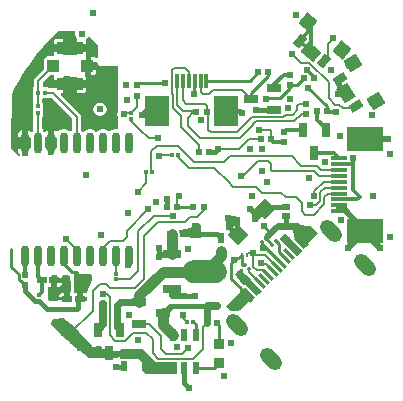
<source format=gbl>
G04 Layer: BottomLayer*
G04 Panelize: , Column: 1, Row: 1, Board Size: 35.35mm x 33.79mm, Panelized Board Size: 35.35mm x 33.79mm*
G04 EasyEDA v6.5.32, 2023-07-27 20:51:34*
G04 7f8d34143daf4d43a3b22917546c404d,9a4ed40c0dd746429eaf55b84663d2fb,10*
G04 Gerber Generator version 0.2*
G04 Scale: 100 percent, Rotated: No, Reflected: No *
G04 Dimensions in millimeters *
G04 leading zeros omitted , absolute positions ,4 integer and 5 decimal *
%FSLAX45Y45*%
%MOMM*%

%AMMACRO1*21,1,$1,$2,0,0,$3*%
%AMMACRO2*1,1,$1,$2,$3*1,1,$1,$4,$5*20,1,$1,$2,$3,$4,$5,0*%
%ADD10C,0.2540*%
%ADD11C,0.2000*%
%ADD12C,0.1600*%
%ADD13C,0.4000*%
%ADD14C,0.5156*%
%ADD15C,0.3980*%
%ADD16C,0.1600*%
%ADD17C,0.1520*%
%ADD18C,0.2032*%
%ADD19C,0.8890*%
%ADD20C,0.6020*%
%ADD21C,0.2110*%
%ADD22C,0.5090*%
%ADD23C,0.4070*%
%ADD24C,0.4490*%
%ADD25C,0.2960*%
%ADD26C,0.1524*%
%ADD27C,0.3130*%
%ADD28C,0.3810*%
%ADD29C,0.3050*%
%ADD30C,0.6110*%
%ADD31C,0.2134*%
%ADD32C,0.2030*%
%ADD33C,0.2108*%
%ADD34C,0.4140*%
%ADD35C,0.3048*%
%ADD36C,0.3556*%
%ADD37C,0.1778*%
%ADD38C,0.2116*%
%ADD39C,0.3640*%
%ADD40C,0.3150*%
%ADD41C,0.2616*%
%ADD42C,0.3124*%
%ADD43C,0.6350*%
%ADD44C,0.6172*%
%ADD45C,0.2286*%
%ADD46C,0.4064*%
%ADD47C,0.9610*%
%ADD48C,0.4510*%
%ADD49MACRO1,0.7X1.1X122.0010*%
%ADD50MACRO1,1.4X1.1X121.9998*%
%ADD51MACRO1,1.15X1.2X121.9995*%
%ADD52MACRO1,0.3X1.25X0.0000*%
%ADD53MACRO1,2X2.5X0.0000*%
%ADD54MACRO1,2.2X1.1X0.0000*%
%ADD55MACRO1,1.05X1X90.0000*%
%ADD56MACRO1,0.2997X1.0998X-135.0000*%
%ADD57MACRO1,0.3023X1.0998X-135.0000*%
%ADD58MACRO1,0.3023X1.0998X-134.9966*%
%ADD59MACRO1,0.3X1.3X-90.0000*%
%ADD60MACRO1,2X3X-90.0000*%
%ADD61MACRO1,0.5X0.6X-90.0000*%
%ADD62MACRO1,0.27X0.25X-48.0008*%
%ADD63MACRO1,0.27X0.25X-47.9972*%
%ADD64MACRO1,1.2X1.2X45.0000*%
%ADD65MACRO1,0.27X0.25X90.0000*%
%ADD66MACRO1,0.54X0.5656X-90.0000*%
%ADD67MACRO1,0.7X1.1X139.9988*%
%ADD68MACRO1,0.7X1.1X140.0001*%
%ADD69MACRO1,1.4X1.1X140.0002*%
%ADD70MACRO1,1.15X1.2X140.0005*%
%ADD71O,0.6999986X1.7729962*%
%ADD72MACRO1,0.8X0.8X0.0000*%
%ADD73R,0.5400X0.7901*%
%ADD74MACRO1,0.54X0.7901X0.0000*%
%ADD75MACRO1,0.324X0.3031X90.0000*%
%ADD76R,0.5400X0.5657*%
%ADD77MACRO1,0.54X0.5656X0.0000*%
%ADD78MACRO1,0.54X0.5656X90.0000*%
%ADD79R,0.3240X0.3031*%
%ADD80MACRO1,0.324X0.3031X0.0000*%
%ADD81R,0.3240X0.3684*%
%ADD82MACRO1,0.324X0.3685X0.0000*%
%ADD83MACRO1,0.324X0.3685X-90.0000*%
%ADD84MACRO1,0.324X0.3031X-45.0000*%
%ADD85MACRO1,0.324X0.3031X45.0032*%
%ADD86MACRO1,1.25X0.7X90.0000*%
%ADD87MACRO1,0.54X0.7901X-90.0000*%
%ADD88MACRO1,1X0.55X-90.0000*%
%ADD89MACRO1,1.25X0.7X0.0000*%
%ADD90MACRO1,0.54X0.7901X90.0000*%
%ADD91MACRO1,0.672X1.575X90.0000*%
%ADD92C,0.8000*%
%ADD93MACRO2,1.2X-0.3535X0.3535X0.3535X-0.3535*%
%ADD94C,0.6096*%
%ADD95C,0.0100*%

%LPD*%
G36*
X-1952243Y119176D02*
G01*
X-1956155Y119989D01*
X-1959457Y122174D01*
X-1961642Y125476D01*
X-1962404Y129336D01*
X-1962404Y171805D01*
X-1977491Y171805D01*
X-1981403Y172567D01*
X-1984705Y174752D01*
X-1986889Y178054D01*
X-1987651Y181965D01*
X-1987651Y262991D01*
X-1986889Y266852D01*
X-1984705Y270154D01*
X-1981403Y272338D01*
X-1977491Y273151D01*
X-1962404Y273151D01*
X-1962404Y332079D01*
X-1971852Y327050D01*
X-1979777Y320903D01*
X-1985975Y314198D01*
X-1989226Y311810D01*
X-1993138Y310896D01*
X-1997151Y311607D01*
X-2000504Y313791D01*
X-2002789Y317093D01*
X-2003602Y321056D01*
X-2003602Y331571D01*
X-2004314Y333248D01*
X-2006803Y335788D01*
X-2009038Y339090D01*
X-2009800Y342950D01*
X-2009800Y438759D01*
X-2009393Y441553D01*
X-2006803Y446430D01*
X-2004872Y451916D01*
X-2004161Y458216D01*
X-2004161Y493928D01*
X-2005075Y502513D01*
X-2005025Y505612D01*
X-2004161Y513080D01*
X-2004161Y548792D01*
X-2004872Y555091D01*
X-2006803Y560578D01*
X-2009393Y565454D01*
X-2009800Y568248D01*
X-2009800Y587654D01*
X-2009038Y591515D01*
X-2006803Y594817D01*
X-2003501Y597001D01*
X-1999640Y597814D01*
X-1970278Y597814D01*
X-1963928Y598525D01*
X-1958492Y600405D01*
X-1953463Y603097D01*
X-1950669Y603504D01*
X-1935988Y603504D01*
X-1932127Y602742D01*
X-1928825Y600506D01*
X-1757680Y429361D01*
X-1755444Y426059D01*
X-1754682Y422148D01*
X-1754682Y332536D01*
X-1755444Y328676D01*
X-1757680Y325374D01*
X-1760931Y323189D01*
X-1764842Y322376D01*
X-1785772Y322376D01*
X-1789074Y322935D01*
X-1792020Y324561D01*
X-1795272Y327050D01*
X-1804111Y331876D01*
X-1813610Y335127D01*
X-1823516Y336753D01*
X-1833575Y336753D01*
X-1843532Y335127D01*
X-1853031Y331876D01*
X-1861870Y327050D01*
X-1865122Y324561D01*
X-1868068Y322935D01*
X-1871319Y322376D01*
X-1880666Y322376D01*
X-1884273Y320294D01*
X-1888286Y318465D01*
X-1892706Y318465D01*
X-1896668Y320395D01*
X-1905254Y327050D01*
X-1914702Y332079D01*
X-1914702Y273151D01*
X-1899615Y273151D01*
X-1895754Y272338D01*
X-1892452Y270154D01*
X-1890268Y266852D01*
X-1889455Y262991D01*
X-1889455Y181965D01*
X-1890268Y178054D01*
X-1892452Y174752D01*
X-1895754Y172567D01*
X-1899615Y171805D01*
X-1914702Y171805D01*
X-1914702Y129336D01*
X-1915515Y125476D01*
X-1917700Y122174D01*
X-1921002Y119989D01*
X-1924862Y119176D01*
G37*

%LPD*%
G36*
X-2210054Y104698D02*
G01*
X-2214473Y105714D01*
X-2217978Y108508D01*
X-2268931Y171704D01*
X-2270556Y174498D01*
X-2271166Y177698D01*
X-2275636Y302920D01*
X-2268778Y557987D01*
X-2268372Y626262D01*
X-2267458Y630377D01*
X-2264562Y636778D01*
X-2238298Y689610D01*
X-2210308Y741578D01*
X-2180590Y792530D01*
X-2149144Y842467D01*
X-2116124Y891336D01*
X-2081428Y939088D01*
X-2045207Y985672D01*
X-2007412Y1030986D01*
X-1968144Y1075029D01*
X-1927402Y1117701D01*
X-1885289Y1159052D01*
X-1878736Y1165047D01*
X-1875586Y1167028D01*
X-1871878Y1167688D01*
X-1739392Y1167688D01*
X-1735785Y1167028D01*
X-1732635Y1165098D01*
X-1730349Y1162151D01*
X-1729333Y1158595D01*
X-1730044Y1153261D01*
X-1730908Y1143457D01*
X-1730044Y1133703D01*
X-1727504Y1124204D01*
X-1723339Y1115314D01*
X-1717700Y1107236D01*
X-1715566Y1105103D01*
X-1713331Y1101801D01*
X-1712569Y1097889D01*
X-1712569Y1056132D01*
X-1637995Y1056132D01*
X-1637995Y1076706D01*
X-1638757Y1083005D01*
X-1640992Y1089507D01*
X-1641551Y1093216D01*
X-1640738Y1096924D01*
X-1638604Y1100023D01*
X-1631391Y1107236D01*
X-1625092Y1116380D01*
X-1621840Y1119428D01*
X-1617624Y1120749D01*
X-1613255Y1120190D01*
X-1609547Y1117803D01*
X-1545031Y1053287D01*
X-1542796Y1049985D01*
X-1542034Y1046124D01*
X-1542034Y945591D01*
X-1542948Y941374D01*
X-1545590Y937869D01*
X-1549400Y935837D01*
X-1553718Y935532D01*
X-1557782Y937107D01*
X-1565351Y944981D01*
X-1570228Y948080D01*
X-1575663Y949960D01*
X-1582013Y950671D01*
X-1600098Y950671D01*
X-1600098Y904849D01*
X-1551736Y904849D01*
X-1548130Y904189D01*
X-1544980Y902309D01*
X-1542745Y899414D01*
X-1541627Y895959D01*
X-1541221Y892657D01*
X-1539138Y887120D01*
X-1535582Y881989D01*
X-1532585Y878941D01*
X-1528978Y876300D01*
X-1523441Y873810D01*
X-1515973Y872642D01*
X-1379982Y872642D01*
X-1376121Y871880D01*
X-1372870Y869696D01*
X-1370634Y866444D01*
X-1369822Y862584D01*
X-1366418Y494690D01*
X-1367383Y490321D01*
X-1371752Y480872D01*
X-1374292Y471373D01*
X-1375156Y461568D01*
X-1374292Y451815D01*
X-1371752Y442315D01*
X-1366266Y430682D01*
X-1365808Y427735D01*
X-1365046Y345795D01*
X-1365961Y341477D01*
X-1368602Y337972D01*
X-1372463Y335889D01*
X-1376883Y335635D01*
X-1383538Y336753D01*
X-1393596Y336753D01*
X-1403502Y335127D01*
X-1413002Y331876D01*
X-1421841Y327050D01*
X-1433423Y318160D01*
X-1437335Y317246D01*
X-1448917Y316890D01*
X-1453134Y317703D01*
X-1465275Y327050D01*
X-1474114Y331876D01*
X-1483614Y335127D01*
X-1493520Y336753D01*
X-1503578Y336753D01*
X-1513535Y335127D01*
X-1523034Y331876D01*
X-1531874Y327050D01*
X-1539798Y320903D01*
X-1542846Y317550D01*
X-1546250Y315112D01*
X-1550365Y314248D01*
X-1556816Y314248D01*
X-1560880Y315112D01*
X-1564284Y317550D01*
X-1567332Y320903D01*
X-1575257Y327050D01*
X-1584096Y331876D01*
X-1593646Y335127D01*
X-1603552Y336753D01*
X-1613611Y336753D01*
X-1623517Y335127D01*
X-1633016Y331876D01*
X-1641856Y327050D01*
X-1647952Y322326D01*
X-1651406Y319176D01*
X-1652879Y317550D01*
X-1656283Y315112D01*
X-1660347Y314248D01*
X-1665782Y314248D01*
X-1669694Y315061D01*
X-1675536Y318871D01*
X-1678939Y322122D01*
X-1681276Y325475D01*
X-1682089Y329438D01*
X-1682089Y441350D01*
X-1682800Y448970D01*
X-1684883Y455777D01*
X-1688287Y462076D01*
X-1693113Y468020D01*
X-1849170Y624078D01*
X-1851355Y627380D01*
X-1852117Y631240D01*
X-1851355Y635152D01*
X-1849170Y638403D01*
X-1845868Y640638D01*
X-1841957Y641400D01*
X-1835302Y641400D01*
X-1835302Y688441D01*
X-1910435Y688441D01*
X-1912569Y684834D01*
X-1915972Y682396D01*
X-1920036Y681532D01*
X-1950872Y681532D01*
X-1954784Y682345D01*
X-1958086Y684530D01*
X-1964791Y691286D01*
X-1966518Y691946D01*
X-1996338Y691946D01*
X-2000199Y692759D01*
X-2003501Y694944D01*
X-2005736Y698246D01*
X-2006498Y702106D01*
X-2006498Y726490D01*
X-2005736Y730402D01*
X-2003501Y733704D01*
X-1946249Y790956D01*
X-1942947Y793140D01*
X-1939086Y793902D01*
X-1919325Y793902D01*
X-1915160Y793038D01*
X-1911756Y790549D01*
X-1909622Y786841D01*
X-1909216Y782624D01*
X-1909876Y776732D01*
X-1909876Y756158D01*
X-1835302Y756158D01*
X-1835302Y771499D01*
X-1834540Y775411D01*
X-1832305Y778713D01*
X-1829003Y780897D01*
X-1825091Y781659D01*
X-1722729Y780846D01*
X-1718818Y780084D01*
X-1715566Y777849D01*
X-1713382Y774547D01*
X-1712620Y770686D01*
X-1712620Y756158D01*
X-1664716Y756158D01*
X-1661210Y755548D01*
X-1658162Y753770D01*
X-1655876Y751027D01*
X-1654657Y747674D01*
X-1654352Y745744D01*
X-1653387Y750163D01*
X-1651152Y753313D01*
X-1647901Y755396D01*
X-1644142Y756107D01*
X-1637995Y756107D01*
X-1637995Y773531D01*
X-1642313Y773531D01*
X-1646275Y774344D01*
X-1649628Y776681D01*
X-1651812Y780186D01*
X-1652422Y784199D01*
X-1643735Y961339D01*
X-1642872Y964996D01*
X-1640738Y968095D01*
X-1637995Y969873D01*
X-1637995Y988415D01*
X-1712569Y988415D01*
X-1712569Y972362D01*
X-1713331Y968451D01*
X-1715516Y965200D01*
X-1718818Y962964D01*
X-1722678Y962202D01*
X-1825091Y961847D01*
X-1829003Y962660D01*
X-1832305Y964844D01*
X-1834489Y968146D01*
X-1835302Y972007D01*
X-1835302Y988415D01*
X-1909825Y988415D01*
X-1909825Y967841D01*
X-1909318Y963269D01*
X-1909724Y959103D01*
X-1911756Y955446D01*
X-1915160Y952906D01*
X-1919224Y951992D01*
X-1966874Y951077D01*
X-1972208Y949960D01*
X-1977643Y948080D01*
X-1982520Y944981D01*
X-1986635Y940866D01*
X-1989734Y935990D01*
X-1991614Y930503D01*
X-1992325Y924204D01*
X-1992325Y852271D01*
X-1993138Y848360D01*
X-1995322Y845058D01*
X-2068423Y771956D01*
X-2073249Y766064D01*
X-2076653Y759764D01*
X-2078736Y752906D01*
X-2079447Y745337D01*
X-2079447Y708101D01*
X-2079650Y706120D01*
X-2087321Y666800D01*
X-2088337Y664006D01*
X-2091283Y660146D01*
X-2091486Y659231D01*
X-2091486Y622604D01*
X-2087930Y616966D01*
X-2087168Y613105D01*
X-2087168Y558241D01*
X-2088388Y548792D01*
X-2088388Y513080D01*
X-2087473Y504494D01*
X-2087524Y501396D01*
X-2088388Y493928D01*
X-2088388Y458216D01*
X-2087168Y448767D01*
X-2087168Y327710D01*
X-2087880Y324002D01*
X-2089861Y320852D01*
X-2096109Y314045D01*
X-2099462Y311607D01*
X-2103577Y310794D01*
X-2107641Y311607D01*
X-2111044Y314045D01*
X-2117344Y320903D01*
X-2125268Y327050D01*
X-2134717Y332079D01*
X-2134717Y273151D01*
X-2119630Y273151D01*
X-2115769Y272338D01*
X-2112467Y270154D01*
X-2110232Y266852D01*
X-2109470Y262991D01*
X-2109470Y181965D01*
X-2110232Y178054D01*
X-2112467Y174752D01*
X-2115769Y172567D01*
X-2119630Y171805D01*
X-2134717Y171805D01*
X-2134717Y114858D01*
X-2135479Y110998D01*
X-2137714Y107696D01*
X-2140966Y105511D01*
X-2144877Y104698D01*
X-2172258Y104698D01*
X-2176170Y105511D01*
X-2179421Y107696D01*
X-2181656Y110998D01*
X-2182418Y114858D01*
X-2182418Y171805D01*
X-2219452Y171805D01*
X-2219452Y169214D01*
X-2218588Y158800D01*
X-2216150Y149047D01*
X-2212086Y139852D01*
X-2206599Y131419D01*
X-2199792Y124002D01*
X-2198370Y122885D01*
X-2195677Y119735D01*
X-2194458Y115722D01*
X-2194966Y111607D01*
X-2197100Y108000D01*
X-2200503Y105562D01*
X-2204618Y104698D01*
G37*

%LPC*%
G36*
X-2219452Y273151D02*
G01*
X-2182418Y273151D01*
X-2182418Y332079D01*
X-2191867Y327050D01*
X-2199792Y320903D01*
X-2206599Y313486D01*
X-2212086Y305054D01*
X-2216150Y295859D01*
X-2218588Y286105D01*
X-2219452Y275691D01*
G37*
G36*
X-1521510Y448919D02*
G01*
X-1511706Y449783D01*
X-1502257Y452323D01*
X-1493316Y456488D01*
X-1485290Y462127D01*
X-1478330Y469036D01*
X-1472692Y477113D01*
X-1468577Y486003D01*
X-1466037Y495503D01*
X-1465173Y505256D01*
X-1466037Y515061D01*
X-1468577Y524560D01*
X-1472692Y533450D01*
X-1478330Y541528D01*
X-1485290Y548436D01*
X-1493316Y554075D01*
X-1502257Y558241D01*
X-1511706Y560781D01*
X-1521510Y561644D01*
X-1531315Y560781D01*
X-1540764Y558241D01*
X-1549704Y554075D01*
X-1557731Y548436D01*
X-1564690Y541528D01*
X-1570329Y533450D01*
X-1574444Y524560D01*
X-1576984Y515061D01*
X-1577848Y505256D01*
X-1576984Y495503D01*
X-1574444Y486003D01*
X-1570329Y477113D01*
X-1564690Y469036D01*
X-1557731Y462127D01*
X-1549704Y456488D01*
X-1540764Y452323D01*
X-1531315Y449783D01*
G37*
G36*
X-1712620Y641400D02*
G01*
X-1664563Y641400D01*
X-1657451Y642213D01*
X-1656080Y642061D01*
X-1647799Y647039D01*
X-1643735Y651154D01*
X-1640636Y656031D01*
X-1638706Y661517D01*
X-1637995Y667816D01*
X-1637995Y688390D01*
X-1646478Y688390D01*
X-1650492Y689254D01*
X-1651609Y690016D01*
X-1652422Y689406D01*
X-1656689Y688441D01*
X-1712620Y688441D01*
G37*
G36*
X-1600098Y793851D02*
G01*
X-1582013Y793851D01*
X-1575663Y794562D01*
X-1570228Y796493D01*
X-1565351Y799541D01*
X-1561236Y803656D01*
X-1558137Y808532D01*
X-1556258Y814019D01*
X-1555546Y820318D01*
X-1555546Y839673D01*
X-1600098Y839673D01*
G37*
G36*
X-1909825Y1056132D02*
G01*
X-1835302Y1056132D01*
X-1835302Y1103172D01*
X-1883359Y1103172D01*
X-1889658Y1102461D01*
X-1895144Y1100531D01*
X-1900021Y1097483D01*
X-1904136Y1093368D01*
X-1907235Y1088491D01*
X-1909114Y1083005D01*
X-1909825Y1076706D01*
G37*

%LPD*%
G36*
X-1779117Y-1116736D02*
G01*
X-1821992Y-1113739D01*
X-1925726Y-1116482D01*
X-1952243Y-1115009D01*
X-1955901Y-1114094D01*
X-1959000Y-1111910D01*
X-1961032Y-1108710D01*
X-1961794Y-1105001D01*
X-1963013Y-1007313D01*
X-1962200Y-1003147D01*
X-1959660Y-999693D01*
X-1956003Y-997559D01*
X-1951736Y-997102D01*
X-1946351Y-997712D01*
X-1933549Y-997712D01*
X-1933549Y-964641D01*
X-1940864Y-964641D01*
X-1944776Y-963879D01*
X-1948078Y-961694D01*
X-1950262Y-958392D01*
X-1951024Y-954481D01*
X-1951024Y-935126D01*
X-1950262Y-931214D01*
X-1948078Y-927912D01*
X-1944776Y-925728D01*
X-1940864Y-924966D01*
X-1933549Y-924966D01*
X-1933549Y-911555D01*
X-1932787Y-907643D01*
X-1930552Y-904341D01*
X-1927250Y-902157D01*
X-1923389Y-901395D01*
X-1891487Y-901395D01*
X-1887626Y-902157D01*
X-1884324Y-904341D01*
X-1882089Y-907643D01*
X-1881327Y-911555D01*
X-1881327Y-924966D01*
X-1842007Y-924966D01*
X-1842007Y-918362D01*
X-1842668Y-912672D01*
X-1842262Y-908456D01*
X-1840128Y-904748D01*
X-1836724Y-902258D01*
X-1832559Y-901395D01*
X-1793443Y-901395D01*
X-1790039Y-901953D01*
X-1786991Y-903681D01*
X-1781657Y-908050D01*
X-1779168Y-909370D01*
X-1776171Y-911860D01*
X-1774291Y-915314D01*
X-1773885Y-919226D01*
X-1774698Y-928827D01*
X-1773834Y-938580D01*
X-1771294Y-948080D01*
X-1770430Y-949909D01*
X-1769516Y-954125D01*
X-1768805Y-1040384D01*
X-1769414Y-1044041D01*
X-1771294Y-1047191D01*
X-1774189Y-1049477D01*
X-1774189Y-1084681D01*
X-1771142Y-1086866D01*
X-1769059Y-1090066D01*
X-1768348Y-1093774D01*
X-1768246Y-1106525D01*
X-1769059Y-1110589D01*
X-1771446Y-1113993D01*
X-1775002Y-1116177D01*
G37*

%LPC*%
G36*
X-1865731Y-1083716D02*
G01*
X-1826412Y-1083716D01*
X-1826412Y-1050645D01*
X-1839214Y-1050645D01*
X-1845564Y-1051356D01*
X-1850999Y-1053287D01*
X-1855927Y-1056335D01*
X-1859991Y-1060450D01*
X-1863089Y-1065326D01*
X-1865020Y-1070813D01*
X-1865731Y-1077112D01*
G37*
G36*
X-1881327Y-997712D02*
G01*
X-1868525Y-997712D01*
X-1862175Y-997000D01*
X-1856739Y-995070D01*
X-1851812Y-992022D01*
X-1847748Y-987907D01*
X-1844649Y-983030D01*
X-1842719Y-977544D01*
X-1842007Y-971245D01*
X-1842007Y-964641D01*
X-1881327Y-964641D01*
G37*

%LPD*%
G36*
X-1640179Y-1116787D02*
G01*
X-1675282Y-1116736D01*
X-1724914Y-1115771D01*
X-1728774Y-1114907D01*
X-1731975Y-1112723D01*
X-1734108Y-1109421D01*
X-1734870Y-1105611D01*
X-1734870Y-1093876D01*
X-1734108Y-1089964D01*
X-1731924Y-1086662D01*
X-1728622Y-1084478D01*
X-1724710Y-1083716D01*
X-1717395Y-1083716D01*
X-1717395Y-1050645D01*
X-1730197Y-1050645D01*
X-1735785Y-1050391D01*
X-1739442Y-1048308D01*
X-1741982Y-1044905D01*
X-1742897Y-1040790D01*
X-1744014Y-903173D01*
X-1744218Y-900074D01*
X-1743608Y-896010D01*
X-1741474Y-892505D01*
X-1738172Y-890168D01*
X-1734159Y-889304D01*
X-1602943Y-887984D01*
X-1599133Y-888695D01*
X-1595831Y-890778D01*
X-1593596Y-893927D01*
X-1592681Y-897686D01*
X-1590700Y-940866D01*
X-1591360Y-945032D01*
X-1630629Y-1046327D01*
X-1632712Y-1049629D01*
X-1635861Y-1051915D01*
X-1639620Y-1052830D01*
X-1643481Y-1052271D01*
X-1646021Y-1051356D01*
X-1652371Y-1050645D01*
X-1665173Y-1050645D01*
X-1665173Y-1083716D01*
X-1640890Y-1083716D01*
X-1637131Y-1084427D01*
X-1633931Y-1086459D01*
X-1631696Y-1089609D01*
X-1630781Y-1093317D01*
X-1630070Y-1106017D01*
X-1630680Y-1110081D01*
X-1632813Y-1113586D01*
X-1636166Y-1115923D01*
G37*

%LPD*%
G36*
X-1609242Y-1605737D02*
G01*
X-1613154Y-1604924D01*
X-1616456Y-1602740D01*
X-1653133Y-1566011D01*
X-1654860Y-1565351D01*
X-1661058Y-1565351D01*
X-1664970Y-1564538D01*
X-1668272Y-1562354D01*
X-1713585Y-1516989D01*
X-1715312Y-1516329D01*
X-1724050Y-1516329D01*
X-1727962Y-1515516D01*
X-1731264Y-1513332D01*
X-1795881Y-1448663D01*
X-1797608Y-1448003D01*
X-1805838Y-1448003D01*
X-1809750Y-1447190D01*
X-1813052Y-1445006D01*
X-1937816Y-1320190D01*
X-1939798Y-1317447D01*
X-1940712Y-1314145D01*
X-1940560Y-1310741D01*
X-1939239Y-1307642D01*
X-1916988Y-1272286D01*
X-1914956Y-1269898D01*
X-1912315Y-1268323D01*
X-1909318Y-1267561D01*
X-1838350Y-1261262D01*
X-1834540Y-1261618D01*
X-1831136Y-1263446D01*
X-1765655Y-1315618D01*
X-1709470Y-1363014D01*
X-1707896Y-1364691D01*
X-1678838Y-1403654D01*
X-1624228Y-1456029D01*
X-1622958Y-1457502D01*
X-1589887Y-1504289D01*
X-1588719Y-1505102D01*
X-1519021Y-1500733D01*
X-1514957Y-1501343D01*
X-1511452Y-1503476D01*
X-1509064Y-1506880D01*
X-1508252Y-1510893D01*
X-1508252Y-1523847D01*
X-1471168Y-1523847D01*
X-1471168Y-1510436D01*
X-1470355Y-1506372D01*
X-1467916Y-1502968D01*
X-1464360Y-1500835D01*
X-1460246Y-1500327D01*
X-1432864Y-1502460D01*
X-1429207Y-1503476D01*
X-1426210Y-1505712D01*
X-1424178Y-1508912D01*
X-1423517Y-1512620D01*
X-1423517Y-1523847D01*
X-1418894Y-1523847D01*
X-1414983Y-1524609D01*
X-1411732Y-1526794D01*
X-1409496Y-1530096D01*
X-1408734Y-1534007D01*
X-1408582Y-1539290D01*
X-1407769Y-1539443D01*
X-1286103Y-1541068D01*
X-1282547Y-1541780D01*
X-1279448Y-1543710D01*
X-1277213Y-1546606D01*
X-1276146Y-1550111D01*
X-1272997Y-1578203D01*
X-1273454Y-1582420D01*
X-1275537Y-1586128D01*
X-1278940Y-1588617D01*
X-1283106Y-1589481D01*
X-1294384Y-1589481D01*
X-1294384Y-1595577D01*
X-1295146Y-1599438D01*
X-1297381Y-1602740D01*
X-1300683Y-1604924D01*
X-1304544Y-1605737D01*
X-1323949Y-1605737D01*
X-1327810Y-1604924D01*
X-1331112Y-1602740D01*
X-1333347Y-1599438D01*
X-1334109Y-1595577D01*
X-1334109Y-1589481D01*
X-1366113Y-1589481D01*
X-1367078Y-1593189D01*
X-1369314Y-1596288D01*
X-1372514Y-1598320D01*
X-1376273Y-1599031D01*
X-1424127Y-1599031D01*
X-1426260Y-1602536D01*
X-1429613Y-1604873D01*
X-1433677Y-1605737D01*
X-1461008Y-1605737D01*
X-1465072Y-1604873D01*
X-1468424Y-1602536D01*
X-1470558Y-1599031D01*
X-1508861Y-1599031D01*
X-1511046Y-1602536D01*
X-1514398Y-1604873D01*
X-1518412Y-1605737D01*
G37*

%LPD*%
G36*
X-1342440Y-1523695D02*
G01*
X-1348790Y-1530045D01*
X-1348790Y-1602435D01*
X-1344980Y-1606245D01*
X-1193850Y-1606245D01*
X-1167180Y-1632915D01*
X-1167180Y-1702765D01*
X-1140510Y-1729435D01*
X-1140510Y-1738325D01*
X-1139240Y-1737055D01*
X-983030Y-1737055D01*
X-871270Y-1735785D01*
X-872540Y-1734515D01*
X-872540Y-1636725D01*
X-1045260Y-1636725D01*
X-1158290Y-1523695D01*
G37*
G36*
X157429Y-477977D02*
G01*
X112725Y-518871D01*
X126187Y-601167D01*
X198526Y-673252D01*
X246075Y-629361D01*
X291033Y-579577D01*
X326085Y-547065D01*
X283921Y-503631D01*
X272237Y-493979D01*
X253695Y-480771D01*
G37*
G36*
X-293116Y-1002334D02*
G01*
X-456692Y-1157274D01*
X-408940Y-1204264D01*
X-374142Y-1207820D01*
X-352806Y-1201978D01*
X-319532Y-1183182D01*
X-269494Y-1131112D01*
X-214020Y-1080973D01*
X-219710Y-1076756D01*
G37*
G36*
X198526Y-673252D02*
G01*
X196545Y-675081D01*
X201371Y-676097D01*
G37*
G36*
X43129Y-543255D02*
G01*
X27432Y-560832D01*
X3048Y-591058D01*
X148793Y-736295D01*
X178308Y-700887D01*
X184150Y-694537D01*
X186436Y-692505D01*
X188925Y-691083D01*
G37*
G36*
X-312216Y-850849D02*
G01*
X-339394Y-852119D01*
X-378256Y-886409D01*
X-316534Y-975055D01*
X-270560Y-994105D01*
X-200202Y-1065479D01*
X-165404Y-1038047D01*
X-159308Y-1026617D01*
X-159054Y-1026617D01*
X-231190Y-954735D01*
X-244144Y-936193D01*
X-281482Y-897585D01*
X-307644Y-869645D01*
G37*
G36*
X-740460Y-459943D02*
G01*
X-744423Y-489661D01*
X-786333Y-512521D01*
X-848563Y-517601D01*
X-843483Y-572211D01*
X-847293Y-576021D01*
X-664413Y-582371D01*
X-664413Y-474421D01*
X-670763Y-468071D01*
X-692454Y-461721D01*
G37*
D10*
X-245087Y593153D02*
G01*
X-245087Y642251D01*
X-97741Y789597D01*
X-97741Y817943D01*
D11*
X-669800Y746899D02*
G01*
X-667514Y652157D01*
X-648464Y633107D01*
X-598934Y633107D01*
X-568454Y663587D01*
X-315470Y663587D01*
X-245112Y593229D01*
D12*
X-769914Y746937D02*
G01*
X-769914Y817681D01*
X-803338Y851105D01*
X-895797Y851105D01*
X-912045Y834852D01*
X-912045Y633425D01*
X-906711Y628091D01*
X-906711Y515571D01*
X-837123Y445975D01*
X-837123Y349963D01*
X-687148Y199989D01*
X-687148Y141998D01*
D13*
X-613717Y-1170114D02*
G01*
X-624575Y-1159255D01*
X-909827Y-1159255D01*
X-972106Y-1221534D01*
X-987310Y-1221534D01*
D14*
X-806960Y-1079004D02*
G01*
X-907541Y-1079004D01*
X-907541Y-1020178D01*
D15*
X-1691388Y-1103490D02*
G01*
X-1705104Y-1117460D01*
X-1705104Y-1176896D01*
X-1717804Y-1189596D01*
X-1967486Y-1189596D01*
X-2037590Y-1119492D01*
D16*
X-615950Y483499D02*
G01*
X-602741Y483499D01*
X-602741Y328307D01*
X-585218Y310784D01*
X-359918Y310784D01*
X-235719Y434987D01*
X30731Y434987D01*
X50538Y454799D01*
X108965Y454799D01*
X148592Y494426D01*
X148592Y531253D01*
X165455Y548119D01*
X224025Y548119D01*
D12*
X-1080010Y-28562D02*
G01*
X-1085598Y-22212D01*
X-1085598Y148983D01*
X-1040894Y193687D01*
X-864872Y193687D01*
X-729490Y58305D01*
X-473458Y58305D01*
X-424436Y107327D01*
X101597Y107327D01*
X184655Y24523D01*
X311909Y24523D01*
X345945Y-9512D01*
X502663Y-9512D01*
D17*
X-327916Y-59550D02*
G01*
X-307088Y-59550D01*
X-179326Y68211D01*
X-103886Y67564D01*
D18*
X-1257556Y425589D02*
G01*
X-1257627Y401378D01*
X-1181610Y331609D01*
X-1110236Y260235D01*
X-1030226Y260235D01*
D19*
X-1187198Y-1126604D02*
G01*
X-1187198Y-1069200D01*
X-988062Y-870064D01*
X-636272Y-870064D01*
D18*
X-1388366Y-935596D02*
G01*
X-1270256Y-935596D01*
X-1196596Y-861936D01*
X-1196596Y-524878D01*
X-1067310Y-395592D01*
X-901702Y-395592D01*
D16*
X-1072898Y-493890D02*
G01*
X-1149098Y-570090D01*
X-1149098Y-930262D01*
X-1228346Y-1009510D01*
X-1433578Y-1009510D01*
X-1470916Y-972172D01*
X-1522986Y-972172D01*
X-1581406Y-1030592D01*
X-1581406Y-1200264D01*
X-1773938Y-1392796D01*
X-1821944Y-1392796D01*
D20*
X-1352349Y-1361452D02*
G01*
X-1374076Y-1339725D01*
X-1374076Y-1154986D01*
X-1352303Y-1133213D01*
X-1352303Y-1126528D01*
X-1187310Y-1126538D01*
D21*
X-160530Y249059D02*
G01*
X-260352Y249059D01*
X-345696Y165239D01*
X-521464Y165239D01*
D18*
X-173992Y331355D02*
G01*
X-73916Y331355D01*
X-73916Y249059D01*
D16*
X-215902Y385711D02*
G01*
X-237492Y362851D01*
X-337822Y262521D01*
X-677928Y262521D01*
X-780290Y364883D01*
X-780290Y433971D01*
X-732030Y482231D01*
X-709932Y482231D01*
D22*
X-104975Y-578045D02*
G01*
X-20073Y-493717D01*
D12*
X-1187302Y-1316520D02*
G01*
X-1106116Y-1316520D01*
X-1004503Y-1418132D01*
X-1004503Y-1526590D01*
X-965499Y-1565597D01*
X-830257Y-1565597D01*
X-779528Y-1514868D01*
X-650750Y-1455280D02*
G01*
X-650750Y-1522336D01*
X-734570Y-1606156D01*
X-1027686Y-1606156D01*
X-1075438Y-1558404D01*
D23*
X-362003Y-436562D02*
G01*
X-362003Y-551340D01*
X-350431Y-562912D01*
X-362003Y-436562D02*
G01*
X-374449Y-436562D01*
X-426519Y-488632D01*
X-434157Y-484825D02*
G01*
X-435180Y-483801D01*
X-435180Y-412940D01*
D24*
X-500941Y-583222D02*
G01*
X-534057Y-550105D01*
X-728545Y-550105D01*
D19*
X-636328Y-870165D02*
G01*
X-500941Y-734778D01*
X-500941Y-692238D01*
D23*
X-350522Y-562978D02*
G01*
X-426468Y-488556D01*
X-435180Y-412940D02*
G01*
X-385622Y-412940D01*
X-362000Y-436562D01*
D24*
X-1167711Y458528D02*
G01*
X-1136804Y489435D01*
X-1038923Y489435D01*
X-317573Y474530D02*
G01*
X-332478Y489435D01*
X-450913Y489435D01*
D25*
X-134927Y-483809D02*
G01*
X-79070Y-539666D01*
X-79070Y-552711D01*
D22*
X-209349Y-423862D02*
G01*
X-150924Y-363405D01*
X-124157Y-336638D01*
D16*
X221231Y467753D02*
G01*
X189735Y467753D01*
X123441Y401459D01*
X-200154Y401459D01*
X-215902Y385711D01*
X-245747Y354596D01*
D25*
X289333Y765868D02*
G01*
X289333Y781514D01*
X232082Y838766D01*
D16*
X102867Y973975D02*
G01*
X176781Y900061D01*
X246885Y900061D01*
X415033Y731659D01*
X415033Y601103D01*
X472183Y543953D01*
X505203Y543953D01*
X536953Y512203D01*
X624837Y512203D01*
X647697Y535063D01*
D10*
X-184406Y818019D02*
G01*
X-255272Y746899D01*
X-620016Y746899D01*
D26*
X-861316Y117995D02*
G01*
X-861316Y101231D01*
X-770130Y10045D01*
X-624052Y9029D01*
D17*
X-819914Y746950D02*
G01*
X-819914Y581423D01*
X-791331Y552841D01*
X-634753Y552841D01*
X-615950Y534045D01*
X-615950Y483499D01*
X-869901Y746950D02*
G01*
X-869901Y540351D01*
X-820925Y491375D01*
X-719076Y491375D01*
X-709935Y482234D01*
D10*
X-966904Y723353D02*
G01*
X-966914Y723343D01*
X-966914Y723343D01*
X-1206042Y723277D01*
X-1206042Y706028D01*
D21*
X-1067056Y-1566786D02*
G01*
X-1075438Y-1558404D01*
X-1075438Y-1443342D01*
X-1128778Y-1390002D01*
X-1240538Y-1390002D01*
X-1307848Y-1457312D01*
X-1390398Y-1457312D01*
X-1438658Y-1409052D01*
X-1438658Y-1083932D01*
X-1461264Y-1061326D01*
X-1497840Y-1061326D01*
X-618898Y-1303464D02*
G01*
X-650684Y-1335250D01*
X-650684Y-1506014D01*
D27*
X294840Y131203D02*
G01*
X461896Y131203D01*
X502663Y90436D01*
D21*
X294840Y131203D02*
G01*
X461896Y131203D01*
X502663Y90436D01*
X-1257556Y473875D02*
G01*
X-1206045Y525386D01*
X-1206045Y619467D01*
D28*
X-2037590Y-1119492D02*
G01*
X-2069086Y-1119492D01*
X-2155192Y-1033386D01*
X-2155192Y-982078D01*
D22*
X722020Y-524560D02*
G01*
X532348Y-334888D01*
X502665Y-334888D01*
X578558Y-674560D02*
G01*
X722020Y-531098D01*
X722020Y-524560D01*
X850338Y-674560D02*
G01*
X722020Y-546242D01*
X722020Y-524560D01*
X913838Y252031D02*
G01*
X910422Y255447D01*
X722020Y255447D01*
D29*
X502665Y-259562D02*
G01*
X656752Y-259562D01*
X676099Y-240220D01*
X616709Y-180830D01*
X616709Y90665D01*
X502665Y-359562D02*
G01*
X502665Y-309549D01*
X502665Y40439D02*
G01*
X621466Y40439D01*
X616709Y45196D01*
X616709Y90665D01*
D17*
X252676Y-306768D02*
G01*
X311604Y-306768D01*
X344878Y-273494D01*
X344878Y-198564D01*
X383880Y-159562D01*
X502665Y-159562D01*
X291792Y-233362D02*
G01*
X291792Y-190690D01*
X372932Y-109550D01*
X502665Y-109550D01*
D23*
X53286Y-400621D02*
G01*
X53286Y-486097D01*
X-124147Y-336628D02*
G01*
X-108130Y-320611D01*
X53286Y-320611D01*
D10*
X-64264Y-642226D02*
G01*
X-116334Y-589902D01*
D30*
X-12453Y-486097D02*
G01*
X149329Y-486097D01*
X176273Y-513041D01*
D31*
X-293626Y-816216D02*
G01*
X-320550Y-816216D01*
X-320474Y-727392D01*
X-408942Y-795388D01*
X-408942Y-845934D01*
D32*
X-278056Y-727392D02*
G01*
X-266118Y-715454D01*
X-224843Y-715454D01*
D22*
X-209351Y-423862D02*
G01*
X-209351Y-376895D01*
X-247474Y-338772D01*
X-124157Y-336638D02*
G01*
X-124157Y-338668D01*
X-209351Y-423862D01*
D33*
X-781634Y-1295082D02*
G01*
X-815596Y-1261120D01*
X-815596Y-1237246D01*
D34*
X-806251Y-1690103D02*
G01*
X-806251Y-1811969D01*
X-763831Y-1854390D01*
X-955575Y-322897D02*
G01*
X-952045Y-319366D01*
X-952045Y-253428D01*
X-1314203Y-1672450D02*
G01*
X-1318191Y-1676438D01*
X-1389814Y-1676438D01*
D31*
X-511408Y-1641662D02*
G01*
X-559838Y-1690100D01*
X-711245Y-1690100D01*
X-733325Y-1295082D02*
G01*
X-711263Y-1317144D01*
X-711263Y-1410096D01*
X-532335Y-1303464D02*
G01*
X-510692Y-1325107D01*
X-510692Y-1481769D01*
D26*
X-1807517Y-597852D02*
G01*
X-1718617Y-686752D01*
X-1718617Y-739914D01*
X-166875Y-970396D02*
G01*
X-259590Y-877679D01*
X-259590Y-850379D01*
D35*
X-1282753Y-817054D02*
G01*
X-1278608Y-812909D01*
X-1278608Y-739917D01*
D10*
X-1828624Y-739914D02*
G01*
X-1828624Y-807631D01*
X-1760273Y-875982D01*
X-1716077Y-875474D01*
X-1718363Y-928814D01*
D36*
X-73891Y248983D02*
G01*
X-53215Y228307D01*
X37790Y228307D01*
X314037Y486984D02*
G01*
X314037Y417233D01*
X389836Y341436D01*
X389836Y331203D01*
X400606Y486984D02*
G01*
X403405Y484187D01*
X478228Y484187D01*
D18*
X-1388417Y-887387D02*
G01*
X-1388618Y-887186D01*
X-1388618Y-739917D01*
D35*
X-2155243Y-895438D02*
G01*
X-2158616Y-892065D01*
X-2158616Y-739917D01*
D37*
X-25250Y-828814D02*
G01*
X-120144Y-733920D01*
X-224792Y-733920D01*
X-224792Y-715378D01*
X-60632Y-864196D02*
G01*
X-116413Y-808415D01*
X-150677Y-808415D01*
X-160835Y-798258D01*
D31*
X10132Y-793432D02*
G01*
X-147881Y-635421D01*
X-147881Y-618401D01*
D38*
X-2042975Y639889D02*
G01*
X-2046277Y636587D01*
X-2046277Y530923D01*
X-1988060Y639965D02*
G01*
X-1916686Y639965D01*
X-1718566Y441845D01*
X-1718566Y222389D01*
X-1916483Y872299D02*
G01*
X-2042977Y745804D01*
X-2042977Y639886D01*
D39*
X-2037641Y-1064704D02*
G01*
X-2016457Y-1043520D01*
X-2016457Y-944816D01*
X-2016457Y-944816D02*
G01*
X-2048614Y-912660D01*
X-2048614Y-739914D01*
D38*
X-2048619Y222387D02*
G01*
X-2046277Y224729D01*
X-2046277Y476059D01*
D18*
X-1197663Y-193230D02*
G01*
X-1128341Y-123908D01*
X-1128341Y-27873D01*
X-1018796Y107175D02*
G01*
X-1008049Y117922D01*
X-909650Y117922D01*
X-1318821Y461581D02*
G01*
X-1306601Y473801D01*
X-1257609Y473801D01*
D40*
X199641Y-496430D02*
G01*
X215897Y-512432D01*
D37*
X-96014Y-899528D02*
G01*
X-136908Y-858634D01*
X-183898Y-858634D01*
X-190756Y-858634D01*
X-221744Y-827900D01*
X-221744Y-715378D01*
X-224792Y-715378D01*
D10*
X-2155192Y-982078D02*
G01*
X-2188207Y-950838D01*
X-2196345Y-950838D01*
X-2210061Y-937120D01*
X-2210061Y-890892D01*
X-2273861Y-827090D01*
X-2273861Y-675322D01*
D41*
X496008Y635571D02*
G01*
X499877Y639439D01*
X564713Y639439D01*
X564713Y639439D02*
G01*
X507222Y696930D01*
X507222Y759769D01*
X507222Y759769D02*
G01*
X496008Y748555D01*
X496008Y635571D01*
D36*
X37792Y314871D02*
G01*
X54127Y331205D01*
X199849Y331205D01*
D16*
X379092Y915860D02*
G01*
X405841Y942609D01*
X405841Y1055687D01*
X448256Y1098102D01*
X448256Y1104198D01*
D42*
X267967Y989545D02*
G01*
X175094Y1082418D01*
X175094Y1092560D01*
X175094Y1092560D02*
G01*
X241932Y1159398D01*
X241932Y1246339D01*
X241932Y1246339D02*
G01*
X266959Y1221313D01*
X266959Y995883D01*
D31*
X45465Y-758050D02*
G01*
X-5334Y-707250D01*
X-5334Y-632856D01*
X-30228Y-607961D01*
D16*
X-1110795Y-343344D02*
G01*
X-1292908Y-525457D01*
X-1292908Y-575243D01*
X-1325674Y-608012D01*
X-1432608Y-608012D01*
X-1498577Y-673973D01*
X-1498577Y-739856D01*
D31*
X-408942Y-845931D02*
G01*
X-408942Y-929246D01*
X-326392Y-1011796D01*
X-326392Y-1102880D01*
D43*
X-613717Y-1170114D02*
G01*
X-608891Y-1165288D01*
X-527865Y-1165288D01*
D44*
X-618898Y-1303464D02*
G01*
X-618898Y-1175296D01*
X-613717Y-1170114D01*
D16*
X-1072898Y-493890D02*
G01*
X-1029464Y-450456D01*
X-803150Y-450456D01*
X-758700Y-406006D01*
X-697740Y-406006D01*
X-644654Y-352920D01*
X-644654Y-324980D01*
X-869012Y-322897D02*
G01*
X-869012Y-242023D01*
X-856287Y-229298D01*
D41*
X-868936Y-322948D02*
G01*
X-731268Y-324980D01*
D45*
X202765Y765873D02*
G01*
X146276Y709383D01*
X90114Y709383D01*
D31*
X478281Y484261D02*
G01*
X399280Y484261D01*
X399280Y531106D01*
X243837Y686549D01*
D19*
X-912370Y-551802D02*
G01*
X-912370Y-662292D01*
X-907595Y-720128D01*
D35*
X-1023622Y-748652D02*
G01*
X-1022606Y-673722D01*
D46*
X-907595Y-720128D02*
G01*
X-995072Y-720128D01*
X-1023673Y-748728D01*
X-1023622Y-748652D02*
G01*
X-1022606Y-673722D01*
D10*
X-721794Y632929D02*
G01*
X-721794Y745075D01*
X-719919Y746950D01*
D36*
X90114Y795944D02*
G01*
X34836Y795944D01*
X-45087Y716020D01*
X-45087Y688149D01*
D10*
X-115369Y594423D02*
G01*
X-113339Y596452D01*
X5283Y596452D01*
X90114Y681291D01*
X90114Y709383D01*
D23*
X-198122Y497471D02*
G01*
X-44960Y498233D01*
X-600585Y141998D02*
G01*
X-544708Y141998D01*
X-521543Y165163D01*
D43*
X-1542341Y-1361452D02*
G01*
X-1497845Y-1316956D01*
X-1497845Y-1147942D01*
D47*
X-901245Y-1410093D02*
G01*
X-987300Y-1324038D01*
X-987300Y-1221524D01*
D48*
X-987300Y-1221524D02*
G01*
X-931064Y-1165288D01*
X-527865Y-1165288D01*
X-718568Y-1078598D02*
G01*
X-806960Y-1079106D01*
D17*
X-438406Y-104508D02*
G01*
X-392686Y-150228D01*
X-199646Y-150228D01*
X-148846Y-201028D01*
X13713Y-201028D01*
X54099Y-241668D01*
X137919Y-241668D01*
X186433Y-289928D01*
X186433Y-361048D01*
X214373Y-388988D01*
X290573Y-388988D01*
X379473Y-300088D01*
X379473Y-241668D01*
X411731Y-209664D01*
X502663Y-209664D01*
D26*
X-644146Y9029D02*
G01*
X-551944Y9029D01*
X-421134Y-121780D01*
D12*
X497583Y-59550D02*
G01*
X332229Y-59550D01*
X287525Y-15100D01*
X-66804Y-15100D01*
X-75694Y-5956D01*
X-75694Y41033D01*
X-102872Y68211D01*
X-122684Y68211D01*
D49*
G01*
X647710Y535038D03*
G01*
X507281Y759772D03*
D50*
G01*
X564774Y639456D03*
D51*
G01*
X815458Y577954D03*
G01*
X619389Y891730D03*
D52*
G01*
X-619912Y746848D03*
G01*
X-669912Y746848D03*
G01*
X-719912Y746848D03*
G01*
X-769912Y746848D03*
G01*
X-819911Y746848D03*
G01*
X-869911Y746848D03*
D53*
G01*
X-450910Y489343D03*
G01*
X-1038905Y489343D03*
D54*
G01*
X-1773928Y722245D03*
D55*
G01*
X-1631441Y872247D03*
D54*
G01*
X-1773930Y1022247D03*
D55*
G01*
X-1916435Y872247D03*
D56*
G01*
X137370Y-666362D03*
G01*
X116177Y-687556D03*
G01*
X80794Y-722938D03*
D57*
G01*
X45502Y-758230D03*
D56*
G01*
X10210Y-793523D03*
G01*
X-25171Y-828906D03*
G01*
X-60553Y-864288D03*
G01*
X-95935Y-899670D03*
G01*
X-131317Y-935052D03*
G01*
X-166700Y-970434D03*
D58*
G01*
X-201993Y-1005726D03*
D56*
G01*
X-223276Y-1027010D03*
G01*
X172753Y-630980D03*
G01*
X193946Y-609787D03*
G01*
X-258479Y-1062212D03*
D57*
G01*
X-279761Y-1083495D03*
D59*
G01*
X502666Y90449D03*
G01*
X502666Y40449D03*
G01*
X502666Y-9550D03*
G01*
X502666Y-59550D03*
G01*
X502666Y-109550D03*
G01*
X502666Y-159550D03*
G01*
X502666Y-209550D03*
G01*
X502666Y-259549D03*
G01*
X502666Y-309549D03*
G01*
X502666Y-359549D03*
D60*
G01*
X722015Y-524550D03*
G01*
X722012Y255450D03*
D61*
G01*
X53286Y-400617D03*
G01*
X53286Y-320615D03*
D62*
G01*
X-147895Y-618393D03*
D63*
G01*
X-116371Y-590011D03*
D64*
G01*
X-124150Y-336637D03*
G01*
X-350423Y-562910D03*
D65*
G01*
X-278056Y-727392D03*
G01*
X-320474Y-727392D03*
D66*
G01*
X-73884Y248978D03*
G01*
X-160450Y248978D03*
D67*
G01*
X379105Y915859D03*
D68*
G01*
X176103Y1086196D03*
D69*
G01*
X267962Y989537D03*
D70*
G01*
X525382Y1008510D03*
G01*
X241946Y1246341D03*
D71*
G01*
X-1278562Y-739863D03*
G01*
X-1388569Y-739863D03*
G01*
X-1498577Y-739863D03*
G01*
X-1608559Y-739863D03*
G01*
X-1718566Y-739863D03*
G01*
X-1828573Y-739863D03*
G01*
X-1938555Y-739863D03*
G01*
X-2048563Y-739863D03*
G01*
X-2158570Y-739863D03*
G01*
X-2158570Y222440D03*
G01*
X-2048563Y222440D03*
G01*
X-1938555Y222440D03*
G01*
X-1828573Y222440D03*
G01*
X-1718566Y222440D03*
G01*
X-1608559Y222440D03*
G01*
X-1498577Y222440D03*
G01*
X-1388569Y222440D03*
G01*
X-1278562Y222440D03*
D72*
G01*
X-511380Y-1641594D03*
G01*
X-510679Y-1481693D03*
D73*
G01*
X-500941Y-692238D03*
D74*
G01*
X-500941Y-583224D03*
D75*
G01*
X-1128295Y-27800D03*
G01*
X-1079985Y-27800D03*
D76*
G01*
X37843Y314947D03*
D77*
G01*
X37843Y228382D03*
D78*
G01*
X314092Y487057D03*
G01*
X400658Y487057D03*
D79*
G01*
X-1257556Y473875D03*
D80*
G01*
X-1257556Y425564D03*
D76*
G01*
X-1206045Y619467D03*
D77*
G01*
X-1206045Y706032D03*
D75*
G01*
X-909652Y117919D03*
G01*
X-861341Y117919D03*
D76*
G01*
X90116Y795947D03*
D77*
G01*
X90116Y709382D03*
D78*
G01*
X-955579Y-322900D03*
G01*
X-869014Y-322900D03*
G01*
X-618900Y-1303464D03*
G01*
X-532334Y-1303464D03*
G01*
X202769Y765868D03*
G01*
X289335Y765868D03*
D76*
G01*
X-2155243Y-895438D03*
D77*
G01*
X-2155243Y-982003D03*
D81*
G01*
X-2037641Y-1064704D03*
D82*
G01*
X-2037641Y-1119558D03*
D83*
G01*
X-1988121Y639889D03*
G01*
X-2042965Y639889D03*
D79*
G01*
X-1388417Y-887387D03*
D80*
G01*
X-1388417Y-935697D03*
D84*
G01*
X-30217Y-607950D03*
G01*
X-64377Y-642110D03*
D85*
G01*
X-293739Y-816230D03*
G01*
X-259577Y-850390D03*
D78*
G01*
X-731297Y-324932D03*
G01*
X-644732Y-324932D03*
D86*
G01*
X199844Y331203D03*
G01*
X389835Y331203D03*
G01*
X294839Y131203D03*
D75*
G01*
X-781636Y-1295082D03*
G01*
X-733325Y-1295082D03*
D87*
G01*
X-803305Y-551878D03*
G01*
X-912315Y-551878D03*
D73*
G01*
X-1314249Y-1563408D03*
D74*
G01*
X-1314249Y-1672422D03*
D88*
G01*
X-901252Y-1690100D03*
G01*
X-806256Y-1690100D03*
G01*
X-711260Y-1690100D03*
G01*
X-711260Y-1410091D03*
G01*
X-806256Y-1410091D03*
G01*
X-901252Y-1410091D03*
D89*
G01*
X-45087Y688149D03*
G01*
X-45087Y498158D03*
G01*
X-245087Y593154D03*
D81*
G01*
X-2046277Y530923D03*
D82*
G01*
X-2046277Y476069D03*
D90*
G01*
X-2016455Y-944816D03*
G01*
X-1907443Y-944816D03*
D91*
G01*
X-907590Y-1020127D03*
G01*
X-907590Y-720128D03*
G36*
X-543638Y-775157D02*
G01*
X-729058Y-775157D01*
X-733511Y-775263D01*
X-737953Y-775576D01*
X-742378Y-776096D01*
X-746772Y-776823D01*
X-751128Y-777758D01*
X-755434Y-778893D01*
X-759683Y-780229D01*
X-763864Y-781763D01*
X-767968Y-783493D01*
X-771989Y-785411D01*
X-775914Y-787516D01*
X-779736Y-789805D01*
X-783447Y-792269D01*
X-787039Y-794903D01*
X-790501Y-797702D01*
X-793831Y-800663D01*
X-797016Y-803775D01*
X-800054Y-807034D01*
X-802934Y-810430D01*
X-805652Y-813958D01*
X-808202Y-817610D01*
X-810577Y-821377D01*
X-812774Y-825253D01*
X-814788Y-829226D01*
X-816612Y-837156D01*
X-986345Y-837156D01*
X-986345Y-903155D01*
X-816612Y-903155D01*
X-814788Y-911090D01*
X-812774Y-915062D01*
X-810577Y-918938D01*
X-808202Y-922705D01*
X-805652Y-926358D01*
X-802934Y-929886D01*
X-800054Y-933282D01*
X-797016Y-936541D01*
X-793831Y-939652D01*
X-790501Y-942614D01*
X-787039Y-945413D01*
X-783447Y-948047D01*
X-779736Y-950511D01*
X-775914Y-952799D01*
X-771989Y-954905D01*
X-767968Y-956823D01*
X-763864Y-958552D01*
X-759683Y-960086D01*
X-755434Y-961423D01*
X-751128Y-962558D01*
X-746772Y-963493D01*
X-742378Y-964219D01*
X-737953Y-964740D01*
X-733511Y-965052D01*
X-729058Y-965159D01*
X-543638Y-965159D01*
X-539186Y-965052D01*
X-534743Y-964740D01*
X-530318Y-964219D01*
X-525924Y-963493D01*
X-521568Y-962558D01*
X-517263Y-961423D01*
X-513013Y-960086D01*
X-508833Y-958552D01*
X-504728Y-956823D01*
X-500707Y-954905D01*
X-496783Y-952799D01*
X-492960Y-950511D01*
X-489249Y-948047D01*
X-485658Y-945413D01*
X-482196Y-942614D01*
X-478866Y-939652D01*
X-475681Y-936541D01*
X-472643Y-933282D01*
X-469762Y-929886D01*
X-467045Y-926358D01*
X-464494Y-922705D01*
X-462119Y-918938D01*
X-459922Y-915062D01*
X-457908Y-911090D01*
X-456084Y-907026D01*
X-454451Y-902883D01*
X-453016Y-898667D01*
X-451779Y-894387D01*
X-450745Y-890054D01*
X-449915Y-885680D01*
X-449290Y-881268D01*
X-448873Y-876833D01*
X-448665Y-872385D01*
X-448665Y-867930D01*
X-448873Y-863483D01*
X-449290Y-859048D01*
X-449915Y-854636D01*
X-450745Y-850262D01*
X-451779Y-845929D01*
X-453016Y-841649D01*
X-454451Y-837432D01*
X-456084Y-833290D01*
X-457908Y-829226D01*
X-459922Y-825253D01*
X-462119Y-821377D01*
X-464494Y-817610D01*
X-467045Y-813958D01*
X-469762Y-810430D01*
X-472643Y-807034D01*
X-475681Y-803775D01*
X-478866Y-800663D01*
X-482196Y-797702D01*
X-485658Y-794903D01*
X-489249Y-792269D01*
X-492960Y-789805D01*
X-496783Y-787516D01*
X-500707Y-785411D01*
X-504728Y-783493D01*
X-508833Y-781763D01*
X-513013Y-780229D01*
X-517263Y-778893D01*
X-521568Y-777758D01*
X-525924Y-776823D01*
X-530318Y-776096D01*
X-534743Y-775576D01*
X-539186Y-775263D01*
X-543638Y-775157D01*
G37*
D87*
G01*
X-1691289Y-1103566D03*
G01*
X-1800301Y-1103566D03*
D86*
G01*
X-1542341Y-1361452D03*
G01*
X-1352350Y-1361452D03*
G01*
X-1447346Y-1561452D03*
D89*
G01*
X-1187310Y-1316530D03*
G01*
X-1187310Y-1126539D03*
G01*
X-987310Y-1221535D03*
D76*
G01*
X-1497891Y-1147864D03*
D77*
G01*
X-1497891Y-1061299D03*
D78*
G01*
X-184306Y817943D03*
G01*
X-97740Y817943D03*
G01*
X-687172Y141986D03*
G01*
X-600607Y141986D03*
D92*
G01*
X790674Y562470D03*
G01*
X594611Y876236D03*
D93*
G01*
X435861Y-530593D03*
G01*
X718690Y-813447D03*
G01*
X-358904Y-1325359D03*
G01*
X-76075Y-1608213D03*
D92*
G01*
X506600Y986142D03*
G01*
X223161Y1223962D03*
D94*
G01*
X-281205Y-943622D03*
G01*
X-333352Y-888072D03*
G01*
X60398Y-603948D03*
G01*
X-527865Y-1165288D03*
G01*
X-613717Y-1170114D03*
G01*
X515363Y-431304D03*
G01*
X934209Y-578878D03*
G01*
X931669Y124193D03*
G01*
X-111305Y-110934D03*
G01*
X-146814Y-20078D03*
G01*
X-1318821Y461581D03*
G01*
X-867488Y-1506664D03*
G01*
X-1280975Y-377126D03*
G01*
X102816Y973899D03*
G01*
X-1018796Y107175D03*
G01*
X-1304343Y709739D03*
G01*
X-326392Y-1102880D03*
G01*
X-160835Y-798258D03*
G01*
X-224843Y-715454D03*
G01*
X-140007Y-671766D03*
G01*
X-521540Y165163D03*
G01*
X139646Y1301559D03*
G01*
X779472Y454215D03*
G01*
X478228Y484187D03*
G01*
X-1953186Y366737D03*
G01*
X-1953186Y448017D03*
G01*
X-1953186Y529297D03*
G01*
X-2147115Y450659D03*
G01*
X-2147115Y531939D03*
G01*
X-2147115Y613219D03*
G01*
X-2147115Y694499D03*
G01*
X-2125525Y779081D03*
G01*
X-2068883Y842835D03*
G01*
X-1919150Y721067D03*
G01*
X-2022782Y904963D03*
G01*
X-1985063Y992441D03*
G01*
X-384812Y-1161453D03*
G01*
X-1282753Y-817054D03*
G01*
X-1718363Y-928814D03*
G01*
X-1659054Y-1002830D03*
G01*
X-1022657Y-673798D03*
G01*
X291792Y-233362D03*
G01*
X252676Y-306768D03*
G01*
X-901753Y-395668D03*
G01*
X-709983Y482155D03*
G01*
X-616003Y483425D03*
G01*
X224025Y548119D03*
G01*
X221180Y467677D03*
G01*
X-1197663Y-193230D03*
G01*
X-1030302Y260159D03*
G01*
X-327967Y-59626D03*
G01*
X-174068Y331279D03*
G01*
X-249506Y166687D03*
G01*
X-148160Y168719D03*
G01*
X-777293Y-680402D03*
G01*
X-238305Y-228282D03*
G01*
X-1293675Y579183D03*
G01*
X215897Y-512432D03*
G01*
X-665279Y416115D03*
G01*
X-115369Y594423D03*
G01*
X-1511353Y-563054D03*
G01*
X-966904Y723353D03*
G01*
X-856287Y-229298D03*
G01*
X-1807517Y-597852D03*
G01*
X-1046025Y-277304D03*
G01*
X380489Y54851D03*
G01*
X616709Y90665D03*
G01*
X243837Y686549D03*
G01*
X71320Y513397D03*
G01*
X448256Y1104201D03*
G01*
X437080Y839025D03*
G01*
X496008Y635571D03*
G01*
X-408485Y-1474914D03*
G01*
X-1023673Y-748728D03*
G01*
X-701347Y-489648D03*
G01*
X-1110795Y-343344D03*
G01*
X-1521513Y505269D03*
G01*
X-1641147Y-51498D03*
G01*
X88084Y592137D03*
G01*
X-471782Y-1753755D03*
G01*
X-1389814Y-1676438D03*
G01*
X-952045Y-253428D03*
G01*
X-763831Y-1854390D03*
G01*
X-815596Y-1237246D03*
G01*
X-806960Y-1079004D03*
G01*
X-721794Y632929D03*
G01*
X-198173Y497395D03*
G01*
X790140Y-230568D03*
G01*
X-247474Y-338772D03*
G01*
X-209349Y-423862D03*
G01*
X-384863Y-768286D03*
G01*
X-362003Y-436562D03*
G01*
X-426519Y-488632D03*
G01*
X-435180Y-412940D03*
G01*
X850338Y-674560D03*
G01*
X578558Y-674560D03*
G01*
X913838Y252031D03*
G01*
X-2144600Y364299D03*
G01*
X-1821868Y-1392720D03*
G01*
X-1883590Y-1323632D03*
G01*
X-1749224Y-1457998D03*
G01*
X-1615112Y-1546898D03*
G01*
X-1687502Y-1517942D03*
G01*
X-1803834Y-1004862D03*
G01*
X-1914324Y-1062012D03*
G01*
X-1199060Y-1451648D03*
G01*
X-1772592Y1117053D03*
G01*
X-1753542Y647153D03*
G01*
X-1674548Y1143469D03*
G01*
X-1581330Y1320507D03*
G01*
X-779528Y-1514868D03*
G01*
X-1274142Y-1236662D03*
G01*
X248206Y-76466D03*
G01*
X232077Y838771D03*
G01*
X-134927Y-483806D03*
G01*
X-1527888Y371970D03*
G01*
X-317578Y474535D03*
G01*
X-1167716Y458533D03*
G01*
X510969Y280479D03*
G01*
X-718568Y-1078496D03*
M02*

</source>
